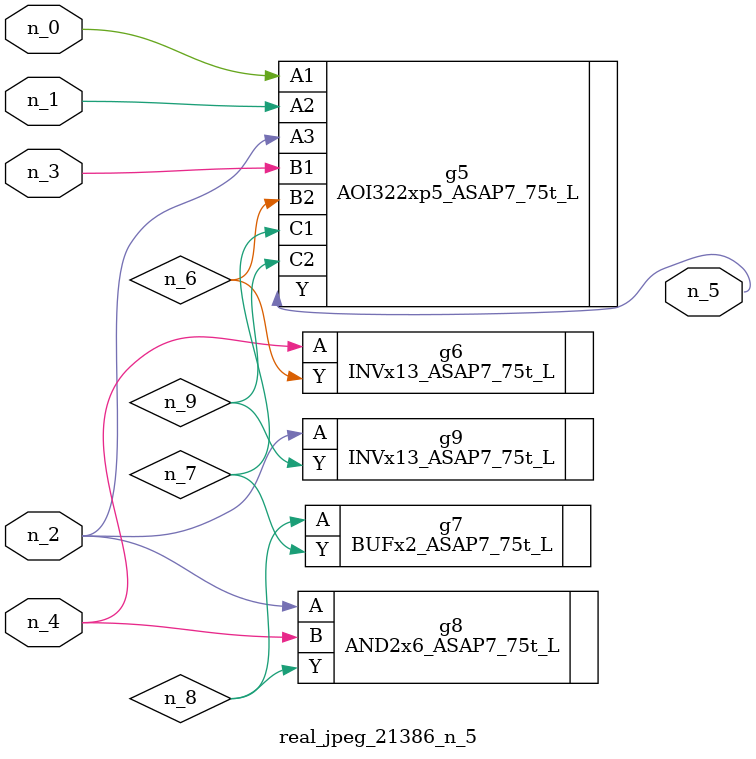
<source format=v>
module real_jpeg_21386_n_5 (n_4, n_0, n_1, n_2, n_3, n_5);

input n_4;
input n_0;
input n_1;
input n_2;
input n_3;

output n_5;

wire n_8;
wire n_6;
wire n_7;
wire n_9;

AOI322xp5_ASAP7_75t_L g5 ( 
.A1(n_0),
.A2(n_1),
.A3(n_2),
.B1(n_3),
.B2(n_6),
.C1(n_7),
.C2(n_9),
.Y(n_5)
);

AND2x6_ASAP7_75t_L g8 ( 
.A(n_2),
.B(n_4),
.Y(n_8)
);

INVx13_ASAP7_75t_L g9 ( 
.A(n_2),
.Y(n_9)
);

INVx13_ASAP7_75t_L g6 ( 
.A(n_4),
.Y(n_6)
);

BUFx2_ASAP7_75t_L g7 ( 
.A(n_8),
.Y(n_7)
);


endmodule
</source>
